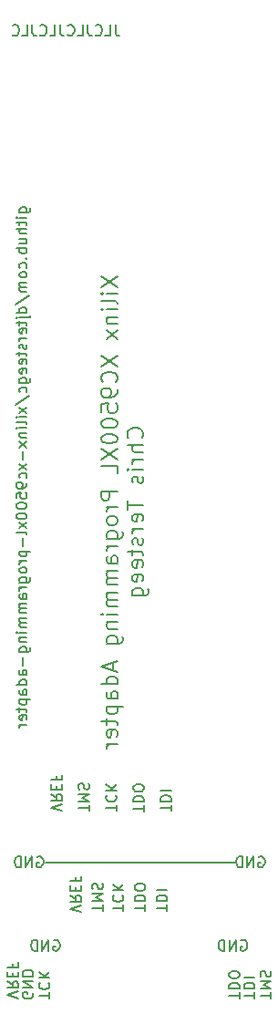
<source format=gbr>
%TF.GenerationSoftware,KiCad,Pcbnew,(6.0.8)*%
%TF.CreationDate,2023-01-14T12:08:14-06:00*%
%TF.ProjectId,xilinix-programming-adapter,78696c69-6e69-4782-9d70-726f6772616d,rev?*%
%TF.SameCoordinates,Original*%
%TF.FileFunction,Legend,Bot*%
%TF.FilePolarity,Positive*%
%FSLAX46Y46*%
G04 Gerber Fmt 4.6, Leading zero omitted, Abs format (unit mm)*
G04 Created by KiCad (PCBNEW (6.0.8)) date 2023-01-14 12:08:14*
%MOMM*%
%LPD*%
G01*
G04 APERTURE LIST*
%ADD10C,0.200000*%
%ADD11C,0.150000*%
G04 APERTURE END LIST*
D10*
X126023714Y-74274142D02*
X126833238Y-74274142D01*
X126928476Y-74226523D01*
X126976095Y-74178904D01*
X127023714Y-74083666D01*
X127023714Y-73940809D01*
X126976095Y-73845571D01*
X126642761Y-74274142D02*
X126690380Y-74178904D01*
X126690380Y-73988428D01*
X126642761Y-73893190D01*
X126595142Y-73845571D01*
X126499904Y-73797952D01*
X126214190Y-73797952D01*
X126118952Y-73845571D01*
X126071333Y-73893190D01*
X126023714Y-73988428D01*
X126023714Y-74178904D01*
X126071333Y-74274142D01*
X126690380Y-74750333D02*
X126023714Y-74750333D01*
X125690380Y-74750333D02*
X125738000Y-74702714D01*
X125785619Y-74750333D01*
X125738000Y-74797952D01*
X125690380Y-74750333D01*
X125785619Y-74750333D01*
X126023714Y-75083666D02*
X126023714Y-75464619D01*
X125690380Y-75226523D02*
X126547523Y-75226523D01*
X126642761Y-75274142D01*
X126690380Y-75369380D01*
X126690380Y-75464619D01*
X126690380Y-75797952D02*
X125690380Y-75797952D01*
X126690380Y-76226523D02*
X126166571Y-76226523D01*
X126071333Y-76178904D01*
X126023714Y-76083666D01*
X126023714Y-75940809D01*
X126071333Y-75845571D01*
X126118952Y-75797952D01*
X126023714Y-77131285D02*
X126690380Y-77131285D01*
X126023714Y-76702714D02*
X126547523Y-76702714D01*
X126642761Y-76750333D01*
X126690380Y-76845571D01*
X126690380Y-76988428D01*
X126642761Y-77083666D01*
X126595142Y-77131285D01*
X126690380Y-77607476D02*
X125690380Y-77607476D01*
X126071333Y-77607476D02*
X126023714Y-77702714D01*
X126023714Y-77893190D01*
X126071333Y-77988428D01*
X126118952Y-78036047D01*
X126214190Y-78083666D01*
X126499904Y-78083666D01*
X126595142Y-78036047D01*
X126642761Y-77988428D01*
X126690380Y-77893190D01*
X126690380Y-77702714D01*
X126642761Y-77607476D01*
X126595142Y-78512238D02*
X126642761Y-78559857D01*
X126690380Y-78512238D01*
X126642761Y-78464619D01*
X126595142Y-78512238D01*
X126690380Y-78512238D01*
X126642761Y-79417000D02*
X126690380Y-79321761D01*
X126690380Y-79131285D01*
X126642761Y-79036047D01*
X126595142Y-78988428D01*
X126499904Y-78940809D01*
X126214190Y-78940809D01*
X126118952Y-78988428D01*
X126071333Y-79036047D01*
X126023714Y-79131285D01*
X126023714Y-79321761D01*
X126071333Y-79417000D01*
X126690380Y-79988428D02*
X126642761Y-79893190D01*
X126595142Y-79845571D01*
X126499904Y-79797952D01*
X126214190Y-79797952D01*
X126118952Y-79845571D01*
X126071333Y-79893190D01*
X126023714Y-79988428D01*
X126023714Y-80131285D01*
X126071333Y-80226523D01*
X126118952Y-80274142D01*
X126214190Y-80321761D01*
X126499904Y-80321761D01*
X126595142Y-80274142D01*
X126642761Y-80226523D01*
X126690380Y-80131285D01*
X126690380Y-79988428D01*
X126690380Y-80750333D02*
X126023714Y-80750333D01*
X126118952Y-80750333D02*
X126071333Y-80797952D01*
X126023714Y-80893190D01*
X126023714Y-81036047D01*
X126071333Y-81131285D01*
X126166571Y-81178904D01*
X126690380Y-81178904D01*
X126166571Y-81178904D02*
X126071333Y-81226523D01*
X126023714Y-81321761D01*
X126023714Y-81464619D01*
X126071333Y-81559857D01*
X126166571Y-81607476D01*
X126690380Y-81607476D01*
X125642761Y-82797952D02*
X126928476Y-81940809D01*
X126690380Y-83559857D02*
X125690380Y-83559857D01*
X126642761Y-83559857D02*
X126690380Y-83464619D01*
X126690380Y-83274142D01*
X126642761Y-83178904D01*
X126595142Y-83131285D01*
X126499904Y-83083666D01*
X126214190Y-83083666D01*
X126118952Y-83131285D01*
X126071333Y-83178904D01*
X126023714Y-83274142D01*
X126023714Y-83464619D01*
X126071333Y-83559857D01*
X126023714Y-84036047D02*
X126880857Y-84036047D01*
X126976095Y-83988428D01*
X127023714Y-83893190D01*
X127023714Y-83845571D01*
X125690380Y-84036047D02*
X125738000Y-83988428D01*
X125785619Y-84036047D01*
X125738000Y-84083666D01*
X125690380Y-84036047D01*
X125785619Y-84036047D01*
X126023714Y-84369380D02*
X126023714Y-84750333D01*
X125690380Y-84512238D02*
X126547523Y-84512238D01*
X126642761Y-84559857D01*
X126690380Y-84655095D01*
X126690380Y-84750333D01*
X126642761Y-85464619D02*
X126690380Y-85369380D01*
X126690380Y-85178904D01*
X126642761Y-85083666D01*
X126547523Y-85036047D01*
X126166571Y-85036047D01*
X126071333Y-85083666D01*
X126023714Y-85178904D01*
X126023714Y-85369380D01*
X126071333Y-85464619D01*
X126166571Y-85512238D01*
X126261809Y-85512238D01*
X126357047Y-85036047D01*
X126690380Y-85940809D02*
X126023714Y-85940809D01*
X126214190Y-85940809D02*
X126118952Y-85988428D01*
X126071333Y-86036047D01*
X126023714Y-86131285D01*
X126023714Y-86226523D01*
X126642761Y-86512238D02*
X126690380Y-86607476D01*
X126690380Y-86797952D01*
X126642761Y-86893190D01*
X126547523Y-86940809D01*
X126499904Y-86940809D01*
X126404666Y-86893190D01*
X126357047Y-86797952D01*
X126357047Y-86655095D01*
X126309428Y-86559857D01*
X126214190Y-86512238D01*
X126166571Y-86512238D01*
X126071333Y-86559857D01*
X126023714Y-86655095D01*
X126023714Y-86797952D01*
X126071333Y-86893190D01*
X126023714Y-87226523D02*
X126023714Y-87607476D01*
X125690380Y-87369380D02*
X126547523Y-87369380D01*
X126642761Y-87417000D01*
X126690380Y-87512238D01*
X126690380Y-87607476D01*
X126642761Y-88321761D02*
X126690380Y-88226523D01*
X126690380Y-88036047D01*
X126642761Y-87940809D01*
X126547523Y-87893190D01*
X126166571Y-87893190D01*
X126071333Y-87940809D01*
X126023714Y-88036047D01*
X126023714Y-88226523D01*
X126071333Y-88321761D01*
X126166571Y-88369380D01*
X126261809Y-88369380D01*
X126357047Y-87893190D01*
X126642761Y-89178904D02*
X126690380Y-89083666D01*
X126690380Y-88893190D01*
X126642761Y-88797952D01*
X126547523Y-88750333D01*
X126166571Y-88750333D01*
X126071333Y-88797952D01*
X126023714Y-88893190D01*
X126023714Y-89083666D01*
X126071333Y-89178904D01*
X126166571Y-89226523D01*
X126261809Y-89226523D01*
X126357047Y-88750333D01*
X126023714Y-90083666D02*
X126833238Y-90083666D01*
X126928476Y-90036047D01*
X126976095Y-89988428D01*
X127023714Y-89893190D01*
X127023714Y-89750333D01*
X126976095Y-89655095D01*
X126642761Y-90083666D02*
X126690380Y-89988428D01*
X126690380Y-89797952D01*
X126642761Y-89702714D01*
X126595142Y-89655095D01*
X126499904Y-89607476D01*
X126214190Y-89607476D01*
X126118952Y-89655095D01*
X126071333Y-89702714D01*
X126023714Y-89797952D01*
X126023714Y-89988428D01*
X126071333Y-90083666D01*
X126642761Y-90988428D02*
X126690380Y-90893190D01*
X126690380Y-90702714D01*
X126642761Y-90607476D01*
X126595142Y-90559857D01*
X126499904Y-90512238D01*
X126214190Y-90512238D01*
X126118952Y-90559857D01*
X126071333Y-90607476D01*
X126023714Y-90702714D01*
X126023714Y-90893190D01*
X126071333Y-90988428D01*
X125642761Y-92131285D02*
X126928476Y-91274142D01*
X126690380Y-92369380D02*
X126023714Y-92893190D01*
X126023714Y-92369380D02*
X126690380Y-92893190D01*
X126690380Y-93274142D02*
X126023714Y-93274142D01*
X125690380Y-93274142D02*
X125738000Y-93226523D01*
X125785619Y-93274142D01*
X125738000Y-93321761D01*
X125690380Y-93274142D01*
X125785619Y-93274142D01*
X126690380Y-93893190D02*
X126642761Y-93797952D01*
X126547523Y-93750333D01*
X125690380Y-93750333D01*
X126690380Y-94274142D02*
X126023714Y-94274142D01*
X125690380Y-94274142D02*
X125738000Y-94226523D01*
X125785619Y-94274142D01*
X125738000Y-94321761D01*
X125690380Y-94274142D01*
X125785619Y-94274142D01*
X126023714Y-94750333D02*
X126690380Y-94750333D01*
X126118952Y-94750333D02*
X126071333Y-94797952D01*
X126023714Y-94893190D01*
X126023714Y-95036047D01*
X126071333Y-95131285D01*
X126166571Y-95178904D01*
X126690380Y-95178904D01*
X126690380Y-95559857D02*
X126023714Y-96083666D01*
X126023714Y-95559857D02*
X126690380Y-96083666D01*
X126309428Y-96464619D02*
X126309428Y-97226523D01*
X126690380Y-97607476D02*
X126023714Y-98131285D01*
X126023714Y-97607476D02*
X126690380Y-98131285D01*
X126642761Y-98940809D02*
X126690380Y-98845571D01*
X126690380Y-98655095D01*
X126642761Y-98559857D01*
X126595142Y-98512238D01*
X126499904Y-98464619D01*
X126214190Y-98464619D01*
X126118952Y-98512238D01*
X126071333Y-98559857D01*
X126023714Y-98655095D01*
X126023714Y-98845571D01*
X126071333Y-98940809D01*
X126690380Y-99417000D02*
X126690380Y-99607476D01*
X126642761Y-99702714D01*
X126595142Y-99750333D01*
X126452285Y-99845571D01*
X126261809Y-99893190D01*
X125880857Y-99893190D01*
X125785619Y-99845571D01*
X125738000Y-99797952D01*
X125690380Y-99702714D01*
X125690380Y-99512238D01*
X125738000Y-99417000D01*
X125785619Y-99369380D01*
X125880857Y-99321761D01*
X126118952Y-99321761D01*
X126214190Y-99369380D01*
X126261809Y-99417000D01*
X126309428Y-99512238D01*
X126309428Y-99702714D01*
X126261809Y-99797952D01*
X126214190Y-99845571D01*
X126118952Y-99893190D01*
X125690380Y-100797952D02*
X125690380Y-100321761D01*
X126166571Y-100274142D01*
X126118952Y-100321761D01*
X126071333Y-100417000D01*
X126071333Y-100655095D01*
X126118952Y-100750333D01*
X126166571Y-100797952D01*
X126261809Y-100845571D01*
X126499904Y-100845571D01*
X126595142Y-100797952D01*
X126642761Y-100750333D01*
X126690380Y-100655095D01*
X126690380Y-100417000D01*
X126642761Y-100321761D01*
X126595142Y-100274142D01*
X125690380Y-101464619D02*
X125690380Y-101559857D01*
X125738000Y-101655095D01*
X125785619Y-101702714D01*
X125880857Y-101750333D01*
X126071333Y-101797952D01*
X126309428Y-101797952D01*
X126499904Y-101750333D01*
X126595142Y-101702714D01*
X126642761Y-101655095D01*
X126690380Y-101559857D01*
X126690380Y-101464619D01*
X126642761Y-101369380D01*
X126595142Y-101321761D01*
X126499904Y-101274142D01*
X126309428Y-101226523D01*
X126071333Y-101226523D01*
X125880857Y-101274142D01*
X125785619Y-101321761D01*
X125738000Y-101369380D01*
X125690380Y-101464619D01*
X125690380Y-102417000D02*
X125690380Y-102512238D01*
X125738000Y-102607476D01*
X125785619Y-102655095D01*
X125880857Y-102702714D01*
X126071333Y-102750333D01*
X126309428Y-102750333D01*
X126499904Y-102702714D01*
X126595142Y-102655095D01*
X126642761Y-102607476D01*
X126690380Y-102512238D01*
X126690380Y-102417000D01*
X126642761Y-102321761D01*
X126595142Y-102274142D01*
X126499904Y-102226523D01*
X126309428Y-102178904D01*
X126071333Y-102178904D01*
X125880857Y-102226523D01*
X125785619Y-102274142D01*
X125738000Y-102321761D01*
X125690380Y-102417000D01*
X126690380Y-103083666D02*
X126023714Y-103607476D01*
X126023714Y-103083666D02*
X126690380Y-103607476D01*
X126690380Y-104131285D02*
X126642761Y-104036047D01*
X126547523Y-103988428D01*
X125690380Y-103988428D01*
X126309428Y-104512238D02*
X126309428Y-105274142D01*
X126023714Y-105750333D02*
X127023714Y-105750333D01*
X126071333Y-105750333D02*
X126023714Y-105845571D01*
X126023714Y-106036047D01*
X126071333Y-106131285D01*
X126118952Y-106178904D01*
X126214190Y-106226523D01*
X126499904Y-106226523D01*
X126595142Y-106178904D01*
X126642761Y-106131285D01*
X126690380Y-106036047D01*
X126690380Y-105845571D01*
X126642761Y-105750333D01*
X126690380Y-106655095D02*
X126023714Y-106655095D01*
X126214190Y-106655095D02*
X126118952Y-106702714D01*
X126071333Y-106750333D01*
X126023714Y-106845571D01*
X126023714Y-106940809D01*
X126690380Y-107417000D02*
X126642761Y-107321761D01*
X126595142Y-107274142D01*
X126499904Y-107226523D01*
X126214190Y-107226523D01*
X126118952Y-107274142D01*
X126071333Y-107321761D01*
X126023714Y-107417000D01*
X126023714Y-107559857D01*
X126071333Y-107655095D01*
X126118952Y-107702714D01*
X126214190Y-107750333D01*
X126499904Y-107750333D01*
X126595142Y-107702714D01*
X126642761Y-107655095D01*
X126690380Y-107559857D01*
X126690380Y-107417000D01*
X126023714Y-108607476D02*
X126833238Y-108607476D01*
X126928476Y-108559857D01*
X126976095Y-108512238D01*
X127023714Y-108417000D01*
X127023714Y-108274142D01*
X126976095Y-108178904D01*
X126642761Y-108607476D02*
X126690380Y-108512238D01*
X126690380Y-108321761D01*
X126642761Y-108226523D01*
X126595142Y-108178904D01*
X126499904Y-108131285D01*
X126214190Y-108131285D01*
X126118952Y-108178904D01*
X126071333Y-108226523D01*
X126023714Y-108321761D01*
X126023714Y-108512238D01*
X126071333Y-108607476D01*
X126690380Y-109083666D02*
X126023714Y-109083666D01*
X126214190Y-109083666D02*
X126118952Y-109131285D01*
X126071333Y-109178904D01*
X126023714Y-109274142D01*
X126023714Y-109369380D01*
X126690380Y-110131285D02*
X126166571Y-110131285D01*
X126071333Y-110083666D01*
X126023714Y-109988428D01*
X126023714Y-109797952D01*
X126071333Y-109702714D01*
X126642761Y-110131285D02*
X126690380Y-110036047D01*
X126690380Y-109797952D01*
X126642761Y-109702714D01*
X126547523Y-109655095D01*
X126452285Y-109655095D01*
X126357047Y-109702714D01*
X126309428Y-109797952D01*
X126309428Y-110036047D01*
X126261809Y-110131285D01*
X126690380Y-110607476D02*
X126023714Y-110607476D01*
X126118952Y-110607476D02*
X126071333Y-110655095D01*
X126023714Y-110750333D01*
X126023714Y-110893190D01*
X126071333Y-110988428D01*
X126166571Y-111036047D01*
X126690380Y-111036047D01*
X126166571Y-111036047D02*
X126071333Y-111083666D01*
X126023714Y-111178904D01*
X126023714Y-111321761D01*
X126071333Y-111417000D01*
X126166571Y-111464619D01*
X126690380Y-111464619D01*
X126690380Y-111940809D02*
X126023714Y-111940809D01*
X126118952Y-111940809D02*
X126071333Y-111988428D01*
X126023714Y-112083666D01*
X126023714Y-112226523D01*
X126071333Y-112321761D01*
X126166571Y-112369380D01*
X126690380Y-112369380D01*
X126166571Y-112369380D02*
X126071333Y-112417000D01*
X126023714Y-112512238D01*
X126023714Y-112655095D01*
X126071333Y-112750333D01*
X126166571Y-112797952D01*
X126690380Y-112797952D01*
X126690380Y-113274142D02*
X126023714Y-113274142D01*
X125690380Y-113274142D02*
X125738000Y-113226523D01*
X125785619Y-113274142D01*
X125738000Y-113321761D01*
X125690380Y-113274142D01*
X125785619Y-113274142D01*
X126023714Y-113750333D02*
X126690380Y-113750333D01*
X126118952Y-113750333D02*
X126071333Y-113797952D01*
X126023714Y-113893190D01*
X126023714Y-114036047D01*
X126071333Y-114131285D01*
X126166571Y-114178904D01*
X126690380Y-114178904D01*
X126023714Y-115083666D02*
X126833238Y-115083666D01*
X126928476Y-115036047D01*
X126976095Y-114988428D01*
X127023714Y-114893190D01*
X127023714Y-114750333D01*
X126976095Y-114655095D01*
X126642761Y-115083666D02*
X126690380Y-114988428D01*
X126690380Y-114797952D01*
X126642761Y-114702714D01*
X126595142Y-114655095D01*
X126499904Y-114607476D01*
X126214190Y-114607476D01*
X126118952Y-114655095D01*
X126071333Y-114702714D01*
X126023714Y-114797952D01*
X126023714Y-114988428D01*
X126071333Y-115083666D01*
X126309428Y-115559857D02*
X126309428Y-116321761D01*
X126690380Y-117226523D02*
X126166571Y-117226523D01*
X126071333Y-117178904D01*
X126023714Y-117083666D01*
X126023714Y-116893190D01*
X126071333Y-116797952D01*
X126642761Y-117226523D02*
X126690380Y-117131285D01*
X126690380Y-116893190D01*
X126642761Y-116797952D01*
X126547523Y-116750333D01*
X126452285Y-116750333D01*
X126357047Y-116797952D01*
X126309428Y-116893190D01*
X126309428Y-117131285D01*
X126261809Y-117226523D01*
X126690380Y-118131285D02*
X125690380Y-118131285D01*
X126642761Y-118131285D02*
X126690380Y-118036047D01*
X126690380Y-117845571D01*
X126642761Y-117750333D01*
X126595142Y-117702714D01*
X126499904Y-117655095D01*
X126214190Y-117655095D01*
X126118952Y-117702714D01*
X126071333Y-117750333D01*
X126023714Y-117845571D01*
X126023714Y-118036047D01*
X126071333Y-118131285D01*
X126690380Y-119036047D02*
X126166571Y-119036047D01*
X126071333Y-118988428D01*
X126023714Y-118893190D01*
X126023714Y-118702714D01*
X126071333Y-118607476D01*
X126642761Y-119036047D02*
X126690380Y-118940809D01*
X126690380Y-118702714D01*
X126642761Y-118607476D01*
X126547523Y-118559857D01*
X126452285Y-118559857D01*
X126357047Y-118607476D01*
X126309428Y-118702714D01*
X126309428Y-118940809D01*
X126261809Y-119036047D01*
X126023714Y-119512238D02*
X127023714Y-119512238D01*
X126071333Y-119512238D02*
X126023714Y-119607476D01*
X126023714Y-119797952D01*
X126071333Y-119893190D01*
X126118952Y-119940809D01*
X126214190Y-119988428D01*
X126499904Y-119988428D01*
X126595142Y-119940809D01*
X126642761Y-119893190D01*
X126690380Y-119797952D01*
X126690380Y-119607476D01*
X126642761Y-119512238D01*
X126023714Y-120274142D02*
X126023714Y-120655095D01*
X125690380Y-120417000D02*
X126547523Y-120417000D01*
X126642761Y-120464619D01*
X126690380Y-120559857D01*
X126690380Y-120655095D01*
X126642761Y-121369380D02*
X126690380Y-121274142D01*
X126690380Y-121083666D01*
X126642761Y-120988428D01*
X126547523Y-120940809D01*
X126166571Y-120940809D01*
X126071333Y-120988428D01*
X126023714Y-121083666D01*
X126023714Y-121274142D01*
X126071333Y-121369380D01*
X126166571Y-121417000D01*
X126261809Y-121417000D01*
X126357047Y-120940809D01*
X126690380Y-121845571D02*
X126023714Y-121845571D01*
X126214190Y-121845571D02*
X126118952Y-121893190D01*
X126071333Y-121940809D01*
X126023714Y-122036047D01*
X126023714Y-122131285D01*
D11*
X134921047Y-56856380D02*
X134921047Y-57570666D01*
X134968666Y-57713523D01*
X135063904Y-57808761D01*
X135206761Y-57856380D01*
X135302000Y-57856380D01*
X133968666Y-57856380D02*
X134444857Y-57856380D01*
X134444857Y-56856380D01*
X133063904Y-57761142D02*
X133111523Y-57808761D01*
X133254380Y-57856380D01*
X133349619Y-57856380D01*
X133492476Y-57808761D01*
X133587714Y-57713523D01*
X133635333Y-57618285D01*
X133682952Y-57427809D01*
X133682952Y-57284952D01*
X133635333Y-57094476D01*
X133587714Y-56999238D01*
X133492476Y-56904000D01*
X133349619Y-56856380D01*
X133254380Y-56856380D01*
X133111523Y-56904000D01*
X133063904Y-56951619D01*
X132349619Y-56856380D02*
X132349619Y-57570666D01*
X132397238Y-57713523D01*
X132492476Y-57808761D01*
X132635333Y-57856380D01*
X132730571Y-57856380D01*
X131397238Y-57856380D02*
X131873428Y-57856380D01*
X131873428Y-56856380D01*
X130492476Y-57761142D02*
X130540095Y-57808761D01*
X130682952Y-57856380D01*
X130778190Y-57856380D01*
X130921047Y-57808761D01*
X131016285Y-57713523D01*
X131063904Y-57618285D01*
X131111523Y-57427809D01*
X131111523Y-57284952D01*
X131063904Y-57094476D01*
X131016285Y-56999238D01*
X130921047Y-56904000D01*
X130778190Y-56856380D01*
X130682952Y-56856380D01*
X130540095Y-56904000D01*
X130492476Y-56951619D01*
X129778190Y-56856380D02*
X129778190Y-57570666D01*
X129825809Y-57713523D01*
X129921047Y-57808761D01*
X130063904Y-57856380D01*
X130159142Y-57856380D01*
X128825809Y-57856380D02*
X129302000Y-57856380D01*
X129302000Y-56856380D01*
X127921047Y-57761142D02*
X127968666Y-57808761D01*
X128111523Y-57856380D01*
X128206761Y-57856380D01*
X128349619Y-57808761D01*
X128444857Y-57713523D01*
X128492476Y-57618285D01*
X128540095Y-57427809D01*
X128540095Y-57284952D01*
X128492476Y-57094476D01*
X128444857Y-56999238D01*
X128349619Y-56904000D01*
X128206761Y-56856380D01*
X128111523Y-56856380D01*
X127968666Y-56904000D01*
X127921047Y-56951619D01*
X127206761Y-56856380D02*
X127206761Y-57570666D01*
X127254380Y-57713523D01*
X127349619Y-57808761D01*
X127492476Y-57856380D01*
X127587714Y-57856380D01*
X126254380Y-57856380D02*
X126730571Y-57856380D01*
X126730571Y-56856380D01*
X125349619Y-57761142D02*
X125397238Y-57808761D01*
X125540095Y-57856380D01*
X125635333Y-57856380D01*
X125778190Y-57808761D01*
X125873428Y-57713523D01*
X125921047Y-57618285D01*
X125968666Y-57427809D01*
X125968666Y-57284952D01*
X125921047Y-57094476D01*
X125873428Y-56999238D01*
X125778190Y-56904000D01*
X125635333Y-56856380D01*
X125540095Y-56856380D01*
X125397238Y-56904000D01*
X125349619Y-56951619D01*
X128397000Y-134620000D02*
X146050000Y-134620000D01*
X135040619Y-129855261D02*
X135040619Y-129283833D01*
X134040619Y-129569547D02*
X135040619Y-129569547D01*
X134135857Y-128379071D02*
X134088238Y-128426690D01*
X134040619Y-128569547D01*
X134040619Y-128664785D01*
X134088238Y-128807642D01*
X134183476Y-128902880D01*
X134278714Y-128950500D01*
X134469190Y-128998119D01*
X134612047Y-128998119D01*
X134802523Y-128950500D01*
X134897761Y-128902880D01*
X134993000Y-128807642D01*
X135040619Y-128664785D01*
X135040619Y-128569547D01*
X134993000Y-128426690D01*
X134945380Y-128379071D01*
X134040619Y-127950500D02*
X135040619Y-127950500D01*
X134040619Y-127379071D02*
X134612047Y-127807642D01*
X135040619Y-127379071D02*
X134469190Y-127950500D01*
X132500619Y-129855261D02*
X132500619Y-129283833D01*
X131500619Y-129569547D02*
X132500619Y-129569547D01*
X131500619Y-128950500D02*
X132500619Y-128950500D01*
X131786333Y-128617166D01*
X132500619Y-128283833D01*
X131500619Y-128283833D01*
X131548238Y-127855261D02*
X131500619Y-127712404D01*
X131500619Y-127474309D01*
X131548238Y-127379071D01*
X131595857Y-127331452D01*
X131691095Y-127283833D01*
X131786333Y-127283833D01*
X131881571Y-127331452D01*
X131929190Y-127379071D01*
X131976809Y-127474309D01*
X132024428Y-127664785D01*
X132072047Y-127760023D01*
X132119666Y-127807642D01*
X132214904Y-127855261D01*
X132310142Y-127855261D01*
X132405380Y-127807642D01*
X132453000Y-127760023D01*
X132500619Y-127664785D01*
X132500619Y-127426690D01*
X132453000Y-127283833D01*
X129960619Y-129855261D02*
X128960619Y-129521928D01*
X129960619Y-129188595D01*
X128960619Y-128283833D02*
X129436809Y-128617166D01*
X128960619Y-128855261D02*
X129960619Y-128855261D01*
X129960619Y-128474309D01*
X129913000Y-128379071D01*
X129865380Y-128331452D01*
X129770142Y-128283833D01*
X129627285Y-128283833D01*
X129532047Y-128331452D01*
X129484428Y-128379071D01*
X129436809Y-128474309D01*
X129436809Y-128855261D01*
X129484428Y-127855261D02*
X129484428Y-127521928D01*
X128960619Y-127379071D02*
X128960619Y-127855261D01*
X129960619Y-127855261D01*
X129960619Y-127379071D01*
X129484428Y-126617166D02*
X129484428Y-126950500D01*
X128960619Y-126950500D02*
X129960619Y-126950500D01*
X129960619Y-126474309D01*
X128817619Y-147254261D02*
X128817619Y-146682833D01*
X127817619Y-146968547D02*
X128817619Y-146968547D01*
X127912857Y-145778071D02*
X127865238Y-145825690D01*
X127817619Y-145968547D01*
X127817619Y-146063785D01*
X127865238Y-146206642D01*
X127960476Y-146301880D01*
X128055714Y-146349500D01*
X128246190Y-146397119D01*
X128389047Y-146397119D01*
X128579523Y-146349500D01*
X128674761Y-146301880D01*
X128770000Y-146206642D01*
X128817619Y-146063785D01*
X128817619Y-145968547D01*
X128770000Y-145825690D01*
X128722380Y-145778071D01*
X127817619Y-145349500D02*
X128817619Y-145349500D01*
X127817619Y-144778071D02*
X128389047Y-145206642D01*
X128817619Y-144778071D02*
X128246190Y-145349500D01*
X131738619Y-139253261D02*
X130738619Y-138919928D01*
X131738619Y-138586595D01*
X130738619Y-137681833D02*
X131214809Y-138015166D01*
X130738619Y-138253261D02*
X131738619Y-138253261D01*
X131738619Y-137872309D01*
X131691000Y-137777071D01*
X131643380Y-137729452D01*
X131548142Y-137681833D01*
X131405285Y-137681833D01*
X131310047Y-137729452D01*
X131262428Y-137777071D01*
X131214809Y-137872309D01*
X131214809Y-138253261D01*
X131262428Y-137253261D02*
X131262428Y-136919928D01*
X130738619Y-136777071D02*
X130738619Y-137253261D01*
X131738619Y-137253261D01*
X131738619Y-136777071D01*
X131262428Y-136015166D02*
X131262428Y-136348500D01*
X130738619Y-136348500D02*
X131738619Y-136348500D01*
X131738619Y-135872309D01*
X135675619Y-139126261D02*
X135675619Y-138554833D01*
X134675619Y-138840547D02*
X135675619Y-138840547D01*
X134770857Y-137650071D02*
X134723238Y-137697690D01*
X134675619Y-137840547D01*
X134675619Y-137935785D01*
X134723238Y-138078642D01*
X134818476Y-138173880D01*
X134913714Y-138221500D01*
X135104190Y-138269119D01*
X135247047Y-138269119D01*
X135437523Y-138221500D01*
X135532761Y-138173880D01*
X135628000Y-138078642D01*
X135675619Y-137935785D01*
X135675619Y-137840547D01*
X135628000Y-137697690D01*
X135580380Y-137650071D01*
X134675619Y-137221500D02*
X135675619Y-137221500D01*
X134675619Y-136650071D02*
X135247047Y-137078642D01*
X135675619Y-136650071D02*
X135104190Y-137221500D01*
X137707619Y-139126261D02*
X137707619Y-138554833D01*
X136707619Y-138840547D02*
X137707619Y-138840547D01*
X136707619Y-138221500D02*
X137707619Y-138221500D01*
X137707619Y-137983404D01*
X137660000Y-137840547D01*
X137564761Y-137745309D01*
X137469523Y-137697690D01*
X137279047Y-137650071D01*
X137136190Y-137650071D01*
X136945714Y-137697690D01*
X136850476Y-137745309D01*
X136755238Y-137840547D01*
X136707619Y-137983404D01*
X136707619Y-138221500D01*
X137707619Y-137031023D02*
X137707619Y-136840547D01*
X137660000Y-136745309D01*
X137564761Y-136650071D01*
X137374285Y-136602452D01*
X137040952Y-136602452D01*
X136850476Y-136650071D01*
X136755238Y-136745309D01*
X136707619Y-136840547D01*
X136707619Y-137031023D01*
X136755238Y-137126261D01*
X136850476Y-137221500D01*
X137040952Y-137269119D01*
X137374285Y-137269119D01*
X137564761Y-137221500D01*
X137660000Y-137126261D01*
X137707619Y-137031023D01*
X129188595Y-141867000D02*
X129283833Y-141819380D01*
X129426690Y-141819380D01*
X129569547Y-141867000D01*
X129664785Y-141962238D01*
X129712404Y-142057476D01*
X129760023Y-142247952D01*
X129760023Y-142390809D01*
X129712404Y-142581285D01*
X129664785Y-142676523D01*
X129569547Y-142771761D01*
X129426690Y-142819380D01*
X129331452Y-142819380D01*
X129188595Y-142771761D01*
X129140976Y-142724142D01*
X129140976Y-142390809D01*
X129331452Y-142390809D01*
X128712404Y-142819380D02*
X128712404Y-141819380D01*
X128140976Y-142819380D01*
X128140976Y-141819380D01*
X127664785Y-142819380D02*
X127664785Y-141819380D01*
X127426690Y-141819380D01*
X127283833Y-141867000D01*
X127188595Y-141962238D01*
X127140976Y-142057476D01*
X127093357Y-142247952D01*
X127093357Y-142390809D01*
X127140976Y-142581285D01*
X127188595Y-142676523D01*
X127283833Y-142771761D01*
X127426690Y-142819380D01*
X127664785Y-142819380D01*
X127664595Y-134120000D02*
X127759833Y-134072380D01*
X127902690Y-134072380D01*
X128045547Y-134120000D01*
X128140785Y-134215238D01*
X128188404Y-134310476D01*
X128236023Y-134500952D01*
X128236023Y-134643809D01*
X128188404Y-134834285D01*
X128140785Y-134929523D01*
X128045547Y-135024761D01*
X127902690Y-135072380D01*
X127807452Y-135072380D01*
X127664595Y-135024761D01*
X127616976Y-134977142D01*
X127616976Y-134643809D01*
X127807452Y-134643809D01*
X127188404Y-135072380D02*
X127188404Y-134072380D01*
X126616976Y-135072380D01*
X126616976Y-134072380D01*
X126140785Y-135072380D02*
X126140785Y-134072380D01*
X125902690Y-134072380D01*
X125759833Y-134120000D01*
X125664595Y-134215238D01*
X125616976Y-134310476D01*
X125569357Y-134500952D01*
X125569357Y-134643809D01*
X125616976Y-134834285D01*
X125664595Y-134929523D01*
X125759833Y-135024761D01*
X125902690Y-135072380D01*
X126140785Y-135072380D01*
X137580619Y-129907261D02*
X137580619Y-129335833D01*
X136580619Y-129621547D02*
X137580619Y-129621547D01*
X136580619Y-129002500D02*
X137580619Y-129002500D01*
X137580619Y-128764404D01*
X137533000Y-128621547D01*
X137437761Y-128526309D01*
X137342523Y-128478690D01*
X137152047Y-128431071D01*
X137009190Y-128431071D01*
X136818714Y-128478690D01*
X136723476Y-128526309D01*
X136628238Y-128621547D01*
X136580619Y-128764404D01*
X136580619Y-129002500D01*
X137580619Y-127812023D02*
X137580619Y-127621547D01*
X137533000Y-127526309D01*
X137437761Y-127431071D01*
X137247285Y-127383452D01*
X136913952Y-127383452D01*
X136723476Y-127431071D01*
X136628238Y-127526309D01*
X136580619Y-127621547D01*
X136580619Y-127812023D01*
X136628238Y-127907261D01*
X136723476Y-128002500D01*
X136913952Y-128050119D01*
X137247285Y-128050119D01*
X137437761Y-128002500D01*
X137533000Y-127907261D01*
X137580619Y-127812023D01*
D10*
X133607071Y-80215142D02*
X135107071Y-81215142D01*
X133607071Y-81215142D02*
X135107071Y-80215142D01*
X135107071Y-81786571D02*
X134107071Y-81786571D01*
X133607071Y-81786571D02*
X133678500Y-81715142D01*
X133749928Y-81786571D01*
X133678500Y-81858000D01*
X133607071Y-81786571D01*
X133749928Y-81786571D01*
X135107071Y-82715142D02*
X135035642Y-82572285D01*
X134892785Y-82500857D01*
X133607071Y-82500857D01*
X135107071Y-83286571D02*
X134107071Y-83286571D01*
X133607071Y-83286571D02*
X133678500Y-83215142D01*
X133749928Y-83286571D01*
X133678500Y-83358000D01*
X133607071Y-83286571D01*
X133749928Y-83286571D01*
X134107071Y-84000857D02*
X135107071Y-84000857D01*
X134249928Y-84000857D02*
X134178500Y-84072285D01*
X134107071Y-84215142D01*
X134107071Y-84429428D01*
X134178500Y-84572285D01*
X134321357Y-84643714D01*
X135107071Y-84643714D01*
X135107071Y-85215142D02*
X134107071Y-86000857D01*
X134107071Y-85215142D02*
X135107071Y-86000857D01*
X133607071Y-87572285D02*
X135107071Y-88572285D01*
X133607071Y-88572285D02*
X135107071Y-87572285D01*
X134964214Y-90000857D02*
X135035642Y-89929428D01*
X135107071Y-89715142D01*
X135107071Y-89572285D01*
X135035642Y-89358000D01*
X134892785Y-89215142D01*
X134749928Y-89143714D01*
X134464214Y-89072285D01*
X134249928Y-89072285D01*
X133964214Y-89143714D01*
X133821357Y-89215142D01*
X133678500Y-89358000D01*
X133607071Y-89572285D01*
X133607071Y-89715142D01*
X133678500Y-89929428D01*
X133749928Y-90000857D01*
X135107071Y-90715142D02*
X135107071Y-91000857D01*
X135035642Y-91143714D01*
X134964214Y-91215142D01*
X134749928Y-91358000D01*
X134464214Y-91429428D01*
X133892785Y-91429428D01*
X133749928Y-91358000D01*
X133678500Y-91286571D01*
X133607071Y-91143714D01*
X133607071Y-90858000D01*
X133678500Y-90715142D01*
X133749928Y-90643714D01*
X133892785Y-90572285D01*
X134249928Y-90572285D01*
X134392785Y-90643714D01*
X134464214Y-90715142D01*
X134535642Y-90858000D01*
X134535642Y-91143714D01*
X134464214Y-91286571D01*
X134392785Y-91358000D01*
X134249928Y-91429428D01*
X133607071Y-92786571D02*
X133607071Y-92072285D01*
X134321357Y-92000857D01*
X134249928Y-92072285D01*
X134178500Y-92215142D01*
X134178500Y-92572285D01*
X134249928Y-92715142D01*
X134321357Y-92786571D01*
X134464214Y-92858000D01*
X134821357Y-92858000D01*
X134964214Y-92786571D01*
X135035642Y-92715142D01*
X135107071Y-92572285D01*
X135107071Y-92215142D01*
X135035642Y-92072285D01*
X134964214Y-92000857D01*
X133607071Y-93786571D02*
X133607071Y-93929428D01*
X133678500Y-94072285D01*
X133749928Y-94143714D01*
X133892785Y-94215142D01*
X134178500Y-94286571D01*
X134535642Y-94286571D01*
X134821357Y-94215142D01*
X134964214Y-94143714D01*
X135035642Y-94072285D01*
X135107071Y-93929428D01*
X135107071Y-93786571D01*
X135035642Y-93643714D01*
X134964214Y-93572285D01*
X134821357Y-93500857D01*
X134535642Y-93429428D01*
X134178500Y-93429428D01*
X133892785Y-93500857D01*
X133749928Y-93572285D01*
X133678500Y-93643714D01*
X133607071Y-93786571D01*
X133607071Y-95215142D02*
X133607071Y-95358000D01*
X133678500Y-95500857D01*
X133749928Y-95572285D01*
X133892785Y-95643714D01*
X134178500Y-95715142D01*
X134535642Y-95715142D01*
X134821357Y-95643714D01*
X134964214Y-95572285D01*
X135035642Y-95500857D01*
X135107071Y-95358000D01*
X135107071Y-95215142D01*
X135035642Y-95072285D01*
X134964214Y-95000857D01*
X134821357Y-94929428D01*
X134535642Y-94858000D01*
X134178500Y-94858000D01*
X133892785Y-94929428D01*
X133749928Y-95000857D01*
X133678500Y-95072285D01*
X133607071Y-95215142D01*
X133607071Y-96215142D02*
X135107071Y-97215142D01*
X133607071Y-97215142D02*
X135107071Y-96215142D01*
X135107071Y-98500857D02*
X135107071Y-97786571D01*
X133607071Y-97786571D01*
X135107071Y-100143714D02*
X133607071Y-100143714D01*
X133607071Y-100715142D01*
X133678500Y-100858000D01*
X133749928Y-100929428D01*
X133892785Y-101000857D01*
X134107071Y-101000857D01*
X134249928Y-100929428D01*
X134321357Y-100858000D01*
X134392785Y-100715142D01*
X134392785Y-100143714D01*
X135107071Y-101643714D02*
X134107071Y-101643714D01*
X134392785Y-101643714D02*
X134249928Y-101715142D01*
X134178500Y-101786571D01*
X134107071Y-101929428D01*
X134107071Y-102072285D01*
X135107071Y-102786571D02*
X135035642Y-102643714D01*
X134964214Y-102572285D01*
X134821357Y-102500857D01*
X134392785Y-102500857D01*
X134249928Y-102572285D01*
X134178500Y-102643714D01*
X134107071Y-102786571D01*
X134107071Y-103000857D01*
X134178500Y-103143714D01*
X134249928Y-103215142D01*
X134392785Y-103286571D01*
X134821357Y-103286571D01*
X134964214Y-103215142D01*
X135035642Y-103143714D01*
X135107071Y-103000857D01*
X135107071Y-102786571D01*
X134107071Y-104572285D02*
X135321357Y-104572285D01*
X135464214Y-104500857D01*
X135535642Y-104429428D01*
X135607071Y-104286571D01*
X135607071Y-104072285D01*
X135535642Y-103929428D01*
X135035642Y-104572285D02*
X135107071Y-104429428D01*
X135107071Y-104143714D01*
X135035642Y-104000857D01*
X134964214Y-103929428D01*
X134821357Y-103858000D01*
X134392785Y-103858000D01*
X134249928Y-103929428D01*
X134178500Y-104000857D01*
X134107071Y-104143714D01*
X134107071Y-104429428D01*
X134178500Y-104572285D01*
X135107071Y-105286571D02*
X134107071Y-105286571D01*
X134392785Y-105286571D02*
X134249928Y-105358000D01*
X134178500Y-105429428D01*
X134107071Y-105572285D01*
X134107071Y-105715142D01*
X135107071Y-106858000D02*
X134321357Y-106858000D01*
X134178500Y-106786571D01*
X134107071Y-106643714D01*
X134107071Y-106358000D01*
X134178500Y-106215142D01*
X135035642Y-106858000D02*
X135107071Y-106715142D01*
X135107071Y-106358000D01*
X135035642Y-106215142D01*
X134892785Y-106143714D01*
X134749928Y-106143714D01*
X134607071Y-106215142D01*
X134535642Y-106358000D01*
X134535642Y-106715142D01*
X134464214Y-106858000D01*
X135107071Y-107572285D02*
X134107071Y-107572285D01*
X134249928Y-107572285D02*
X134178500Y-107643714D01*
X134107071Y-107786571D01*
X134107071Y-108000857D01*
X134178500Y-108143714D01*
X134321357Y-108215142D01*
X135107071Y-108215142D01*
X134321357Y-108215142D02*
X134178500Y-108286571D01*
X134107071Y-108429428D01*
X134107071Y-108643714D01*
X134178500Y-108786571D01*
X134321357Y-108858000D01*
X135107071Y-108858000D01*
X135107071Y-109572285D02*
X134107071Y-109572285D01*
X134249928Y-109572285D02*
X134178500Y-109643714D01*
X134107071Y-109786571D01*
X134107071Y-110000857D01*
X134178500Y-110143714D01*
X134321357Y-110215142D01*
X135107071Y-110215142D01*
X134321357Y-110215142D02*
X134178500Y-110286571D01*
X134107071Y-110429428D01*
X134107071Y-110643714D01*
X134178500Y-110786571D01*
X134321357Y-110858000D01*
X135107071Y-110858000D01*
X135107071Y-111572285D02*
X134107071Y-111572285D01*
X133607071Y-111572285D02*
X133678500Y-111500857D01*
X133749928Y-111572285D01*
X133678500Y-111643714D01*
X133607071Y-111572285D01*
X133749928Y-111572285D01*
X134107071Y-112286571D02*
X135107071Y-112286571D01*
X134249928Y-112286571D02*
X134178500Y-112358000D01*
X134107071Y-112500857D01*
X134107071Y-112715142D01*
X134178500Y-112858000D01*
X134321357Y-112929428D01*
X135107071Y-112929428D01*
X134107071Y-114286571D02*
X135321357Y-114286571D01*
X135464214Y-114215142D01*
X135535642Y-114143714D01*
X135607071Y-114000857D01*
X135607071Y-113786571D01*
X135535642Y-113643714D01*
X135035642Y-114286571D02*
X135107071Y-114143714D01*
X135107071Y-113858000D01*
X135035642Y-113715142D01*
X134964214Y-113643714D01*
X134821357Y-113572285D01*
X134392785Y-113572285D01*
X134249928Y-113643714D01*
X134178500Y-113715142D01*
X134107071Y-113858000D01*
X134107071Y-114143714D01*
X134178500Y-114286571D01*
X134678500Y-116072285D02*
X134678500Y-116786571D01*
X135107071Y-115929428D02*
X133607071Y-116429428D01*
X135107071Y-116929428D01*
X135107071Y-118072285D02*
X133607071Y-118072285D01*
X135035642Y-118072285D02*
X135107071Y-117929428D01*
X135107071Y-117643714D01*
X135035642Y-117500857D01*
X134964214Y-117429428D01*
X134821357Y-117358000D01*
X134392785Y-117358000D01*
X134249928Y-117429428D01*
X134178500Y-117500857D01*
X134107071Y-117643714D01*
X134107071Y-117929428D01*
X134178500Y-118072285D01*
X135107071Y-119429428D02*
X134321357Y-119429428D01*
X134178500Y-119358000D01*
X134107071Y-119215142D01*
X134107071Y-118929428D01*
X134178500Y-118786571D01*
X135035642Y-119429428D02*
X135107071Y-119286571D01*
X135107071Y-118929428D01*
X135035642Y-118786571D01*
X134892785Y-118715142D01*
X134749928Y-118715142D01*
X134607071Y-118786571D01*
X134535642Y-118929428D01*
X134535642Y-119286571D01*
X134464214Y-119429428D01*
X134107071Y-120143714D02*
X135607071Y-120143714D01*
X134178500Y-120143714D02*
X134107071Y-120286571D01*
X134107071Y-120572285D01*
X134178500Y-120715142D01*
X134249928Y-120786571D01*
X134392785Y-120858000D01*
X134821357Y-120858000D01*
X134964214Y-120786571D01*
X135035642Y-120715142D01*
X135107071Y-120572285D01*
X135107071Y-120286571D01*
X135035642Y-120143714D01*
X134107071Y-121286571D02*
X134107071Y-121858000D01*
X133607071Y-121500857D02*
X134892785Y-121500857D01*
X135035642Y-121572285D01*
X135107071Y-121715142D01*
X135107071Y-121858000D01*
X135035642Y-122929428D02*
X135107071Y-122786571D01*
X135107071Y-122500857D01*
X135035642Y-122358000D01*
X134892785Y-122286571D01*
X134321357Y-122286571D01*
X134178500Y-122358000D01*
X134107071Y-122500857D01*
X134107071Y-122786571D01*
X134178500Y-122929428D01*
X134321357Y-123000857D01*
X134464214Y-123000857D01*
X134607071Y-122286571D01*
X135107071Y-123643714D02*
X134107071Y-123643714D01*
X134392785Y-123643714D02*
X134249928Y-123715142D01*
X134178500Y-123786571D01*
X134107071Y-123929428D01*
X134107071Y-124072285D01*
X137379214Y-95215142D02*
X137450642Y-95143714D01*
X137522071Y-94929428D01*
X137522071Y-94786571D01*
X137450642Y-94572285D01*
X137307785Y-94429428D01*
X137164928Y-94358000D01*
X136879214Y-94286571D01*
X136664928Y-94286571D01*
X136379214Y-94358000D01*
X136236357Y-94429428D01*
X136093500Y-94572285D01*
X136022071Y-94786571D01*
X136022071Y-94929428D01*
X136093500Y-95143714D01*
X136164928Y-95215142D01*
X137522071Y-95858000D02*
X136022071Y-95858000D01*
X137522071Y-96500857D02*
X136736357Y-96500857D01*
X136593500Y-96429428D01*
X136522071Y-96286571D01*
X136522071Y-96072285D01*
X136593500Y-95929428D01*
X136664928Y-95858000D01*
X137522071Y-97215142D02*
X136522071Y-97215142D01*
X136807785Y-97215142D02*
X136664928Y-97286571D01*
X136593500Y-97358000D01*
X136522071Y-97500857D01*
X136522071Y-97643714D01*
X137522071Y-98143714D02*
X136522071Y-98143714D01*
X136022071Y-98143714D02*
X136093500Y-98072285D01*
X136164928Y-98143714D01*
X136093500Y-98215142D01*
X136022071Y-98143714D01*
X136164928Y-98143714D01*
X137450642Y-98786571D02*
X137522071Y-98929428D01*
X137522071Y-99215142D01*
X137450642Y-99358000D01*
X137307785Y-99429428D01*
X137236357Y-99429428D01*
X137093500Y-99358000D01*
X137022071Y-99215142D01*
X137022071Y-99000857D01*
X136950642Y-98858000D01*
X136807785Y-98786571D01*
X136736357Y-98786571D01*
X136593500Y-98858000D01*
X136522071Y-99000857D01*
X136522071Y-99215142D01*
X136593500Y-99358000D01*
X136022071Y-101000857D02*
X136022071Y-101858000D01*
X137522071Y-101429428D02*
X136022071Y-101429428D01*
X137450642Y-102929428D02*
X137522071Y-102786571D01*
X137522071Y-102500857D01*
X137450642Y-102358000D01*
X137307785Y-102286571D01*
X136736357Y-102286571D01*
X136593500Y-102358000D01*
X136522071Y-102500857D01*
X136522071Y-102786571D01*
X136593500Y-102929428D01*
X136736357Y-103000857D01*
X136879214Y-103000857D01*
X137022071Y-102286571D01*
X137522071Y-103643714D02*
X136522071Y-103643714D01*
X136807785Y-103643714D02*
X136664928Y-103715142D01*
X136593500Y-103786571D01*
X136522071Y-103929428D01*
X136522071Y-104072285D01*
X137450642Y-104500857D02*
X137522071Y-104643714D01*
X137522071Y-104929428D01*
X137450642Y-105072285D01*
X137307785Y-105143714D01*
X137236357Y-105143714D01*
X137093500Y-105072285D01*
X137022071Y-104929428D01*
X137022071Y-104715142D01*
X136950642Y-104572285D01*
X136807785Y-104500857D01*
X136736357Y-104500857D01*
X136593500Y-104572285D01*
X136522071Y-104715142D01*
X136522071Y-104929428D01*
X136593500Y-105072285D01*
X136522071Y-105572285D02*
X136522071Y-106143714D01*
X136022071Y-105786571D02*
X137307785Y-105786571D01*
X137450642Y-105857999D01*
X137522071Y-106000857D01*
X137522071Y-106143714D01*
X137450642Y-107215142D02*
X137522071Y-107072285D01*
X137522071Y-106786571D01*
X137450642Y-106643714D01*
X137307785Y-106572285D01*
X136736357Y-106572285D01*
X136593500Y-106643714D01*
X136522071Y-106786571D01*
X136522071Y-107072285D01*
X136593500Y-107215142D01*
X136736357Y-107286571D01*
X136879214Y-107286571D01*
X137022071Y-106572285D01*
X137450642Y-108500857D02*
X137522071Y-108357999D01*
X137522071Y-108072285D01*
X137450642Y-107929428D01*
X137307785Y-107857999D01*
X136736357Y-107857999D01*
X136593500Y-107929428D01*
X136522071Y-108072285D01*
X136522071Y-108357999D01*
X136593500Y-108500857D01*
X136736357Y-108572285D01*
X136879214Y-108572285D01*
X137022071Y-107857999D01*
X136522071Y-109857999D02*
X137736357Y-109857999D01*
X137879214Y-109786571D01*
X137950642Y-109715142D01*
X138022071Y-109572285D01*
X138022071Y-109357999D01*
X137950642Y-109215142D01*
X137450642Y-109857999D02*
X137522071Y-109715142D01*
X137522071Y-109429428D01*
X137450642Y-109286571D01*
X137379214Y-109215142D01*
X137236357Y-109143714D01*
X136807785Y-109143714D01*
X136664928Y-109215142D01*
X136593500Y-109286571D01*
X136522071Y-109429428D01*
X136522071Y-109715142D01*
X136593500Y-109857999D01*
D11*
X140120619Y-129855261D02*
X140120619Y-129283833D01*
X139120619Y-129569547D02*
X140120619Y-129569547D01*
X139120619Y-128950500D02*
X140120619Y-128950500D01*
X140120619Y-128712404D01*
X140073000Y-128569547D01*
X139977761Y-128474309D01*
X139882523Y-128426690D01*
X139692047Y-128379071D01*
X139549190Y-128379071D01*
X139358714Y-128426690D01*
X139263476Y-128474309D01*
X139168238Y-128569547D01*
X139120619Y-128712404D01*
X139120619Y-128950500D01*
X139120619Y-127950500D02*
X140120619Y-127950500D01*
X125896619Y-147254261D02*
X124896619Y-146920928D01*
X125896619Y-146587595D01*
X124896619Y-145682833D02*
X125372809Y-146016166D01*
X124896619Y-146254261D02*
X125896619Y-146254261D01*
X125896619Y-145873309D01*
X125849000Y-145778071D01*
X125801380Y-145730452D01*
X125706142Y-145682833D01*
X125563285Y-145682833D01*
X125468047Y-145730452D01*
X125420428Y-145778071D01*
X125372809Y-145873309D01*
X125372809Y-146254261D01*
X125420428Y-145254261D02*
X125420428Y-144920928D01*
X124896619Y-144778071D02*
X124896619Y-145254261D01*
X125896619Y-145254261D01*
X125896619Y-144778071D01*
X125420428Y-144016166D02*
X125420428Y-144349500D01*
X124896619Y-144349500D02*
X125896619Y-144349500D01*
X125896619Y-143873309D01*
X133770619Y-139126261D02*
X133770619Y-138554833D01*
X132770619Y-138840547D02*
X133770619Y-138840547D01*
X132770619Y-138221500D02*
X133770619Y-138221500D01*
X133056333Y-137888166D01*
X133770619Y-137554833D01*
X132770619Y-137554833D01*
X132818238Y-137126261D02*
X132770619Y-136983404D01*
X132770619Y-136745309D01*
X132818238Y-136650071D01*
X132865857Y-136602452D01*
X132961095Y-136554833D01*
X133056333Y-136554833D01*
X133151571Y-136602452D01*
X133199190Y-136650071D01*
X133246809Y-136745309D01*
X133294428Y-136935785D01*
X133342047Y-137031023D01*
X133389666Y-137078642D01*
X133484904Y-137126261D01*
X133580142Y-137126261D01*
X133675380Y-137078642D01*
X133723000Y-137031023D01*
X133770619Y-136935785D01*
X133770619Y-136697690D01*
X133723000Y-136554833D01*
X146587595Y-141867000D02*
X146682833Y-141819380D01*
X146825690Y-141819380D01*
X146968547Y-141867000D01*
X147063785Y-141962238D01*
X147111404Y-142057476D01*
X147159023Y-142247952D01*
X147159023Y-142390809D01*
X147111404Y-142581285D01*
X147063785Y-142676523D01*
X146968547Y-142771761D01*
X146825690Y-142819380D01*
X146730452Y-142819380D01*
X146587595Y-142771761D01*
X146539976Y-142724142D01*
X146539976Y-142390809D01*
X146730452Y-142390809D01*
X146111404Y-142819380D02*
X146111404Y-141819380D01*
X145539976Y-142819380D01*
X145539976Y-141819380D01*
X145063785Y-142819380D02*
X145063785Y-141819380D01*
X144825690Y-141819380D01*
X144682833Y-141867000D01*
X144587595Y-141962238D01*
X144539976Y-142057476D01*
X144492357Y-142247952D01*
X144492357Y-142390809D01*
X144539976Y-142581285D01*
X144587595Y-142676523D01*
X144682833Y-142771761D01*
X144825690Y-142819380D01*
X145063785Y-142819380D01*
X146470619Y-147254261D02*
X146470619Y-146682833D01*
X145470619Y-146968547D02*
X146470619Y-146968547D01*
X145470619Y-146349500D02*
X146470619Y-146349500D01*
X146470619Y-146111404D01*
X146423000Y-145968547D01*
X146327761Y-145873309D01*
X146232523Y-145825690D01*
X146042047Y-145778071D01*
X145899190Y-145778071D01*
X145708714Y-145825690D01*
X145613476Y-145873309D01*
X145518238Y-145968547D01*
X145470619Y-146111404D01*
X145470619Y-146349500D01*
X146470619Y-145159023D02*
X146470619Y-144968547D01*
X146423000Y-144873309D01*
X146327761Y-144778071D01*
X146137285Y-144730452D01*
X145803952Y-144730452D01*
X145613476Y-144778071D01*
X145518238Y-144873309D01*
X145470619Y-144968547D01*
X145470619Y-145159023D01*
X145518238Y-145254261D01*
X145613476Y-145349500D01*
X145803952Y-145397119D01*
X146137285Y-145397119D01*
X146327761Y-145349500D01*
X146423000Y-145254261D01*
X146470619Y-145159023D01*
X148238595Y-134120000D02*
X148333833Y-134072380D01*
X148476690Y-134072380D01*
X148619547Y-134120000D01*
X148714785Y-134215238D01*
X148762404Y-134310476D01*
X148810023Y-134500952D01*
X148810023Y-134643809D01*
X148762404Y-134834285D01*
X148714785Y-134929523D01*
X148619547Y-135024761D01*
X148476690Y-135072380D01*
X148381452Y-135072380D01*
X148238595Y-135024761D01*
X148190976Y-134977142D01*
X148190976Y-134643809D01*
X148381452Y-134643809D01*
X147762404Y-135072380D02*
X147762404Y-134072380D01*
X147190976Y-135072380D01*
X147190976Y-134072380D01*
X146714785Y-135072380D02*
X146714785Y-134072380D01*
X146476690Y-134072380D01*
X146333833Y-134120000D01*
X146238595Y-134215238D01*
X146190976Y-134310476D01*
X146143357Y-134500952D01*
X146143357Y-134643809D01*
X146190976Y-134834285D01*
X146238595Y-134929523D01*
X146333833Y-135024761D01*
X146476690Y-135072380D01*
X146714785Y-135072380D01*
X127246000Y-146714595D02*
X127293619Y-146809833D01*
X127293619Y-146952690D01*
X127246000Y-147095547D01*
X127150761Y-147190785D01*
X127055523Y-147238404D01*
X126865047Y-147286023D01*
X126722190Y-147286023D01*
X126531714Y-147238404D01*
X126436476Y-147190785D01*
X126341238Y-147095547D01*
X126293619Y-146952690D01*
X126293619Y-146857452D01*
X126341238Y-146714595D01*
X126388857Y-146666976D01*
X126722190Y-146666976D01*
X126722190Y-146857452D01*
X126293619Y-146238404D02*
X127293619Y-146238404D01*
X126293619Y-145666976D01*
X127293619Y-145666976D01*
X126293619Y-145190785D02*
X127293619Y-145190785D01*
X127293619Y-144952690D01*
X127246000Y-144809833D01*
X127150761Y-144714595D01*
X127055523Y-144666976D01*
X126865047Y-144619357D01*
X126722190Y-144619357D01*
X126531714Y-144666976D01*
X126436476Y-144714595D01*
X126341238Y-144809833D01*
X126293619Y-144952690D01*
X126293619Y-145190785D01*
X139739619Y-139126261D02*
X139739619Y-138554833D01*
X138739619Y-138840547D02*
X139739619Y-138840547D01*
X138739619Y-138221500D02*
X139739619Y-138221500D01*
X139739619Y-137983404D01*
X139692000Y-137840547D01*
X139596761Y-137745309D01*
X139501523Y-137697690D01*
X139311047Y-137650071D01*
X139168190Y-137650071D01*
X138977714Y-137697690D01*
X138882476Y-137745309D01*
X138787238Y-137840547D01*
X138739619Y-137983404D01*
X138739619Y-138221500D01*
X138739619Y-137221500D02*
X139739619Y-137221500D01*
X147867619Y-147254261D02*
X147867619Y-146682833D01*
X146867619Y-146968547D02*
X147867619Y-146968547D01*
X146867619Y-146349500D02*
X147867619Y-146349500D01*
X147867619Y-146111404D01*
X147820000Y-145968547D01*
X147724761Y-145873309D01*
X147629523Y-145825690D01*
X147439047Y-145778071D01*
X147296190Y-145778071D01*
X147105714Y-145825690D01*
X147010476Y-145873309D01*
X146915238Y-145968547D01*
X146867619Y-146111404D01*
X146867619Y-146349500D01*
X146867619Y-145349500D02*
X147867619Y-145349500D01*
X149391619Y-147254261D02*
X149391619Y-146682833D01*
X148391619Y-146968547D02*
X149391619Y-146968547D01*
X148391619Y-146349500D02*
X149391619Y-146349500D01*
X148677333Y-146016166D01*
X149391619Y-145682833D01*
X148391619Y-145682833D01*
X148439238Y-145254261D02*
X148391619Y-145111404D01*
X148391619Y-144873309D01*
X148439238Y-144778071D01*
X148486857Y-144730452D01*
X148582095Y-144682833D01*
X148677333Y-144682833D01*
X148772571Y-144730452D01*
X148820190Y-144778071D01*
X148867809Y-144873309D01*
X148915428Y-145063785D01*
X148963047Y-145159023D01*
X149010666Y-145206642D01*
X149105904Y-145254261D01*
X149201142Y-145254261D01*
X149296380Y-145206642D01*
X149344000Y-145159023D01*
X149391619Y-145063785D01*
X149391619Y-144825690D01*
X149344000Y-144682833D01*
M02*

</source>
